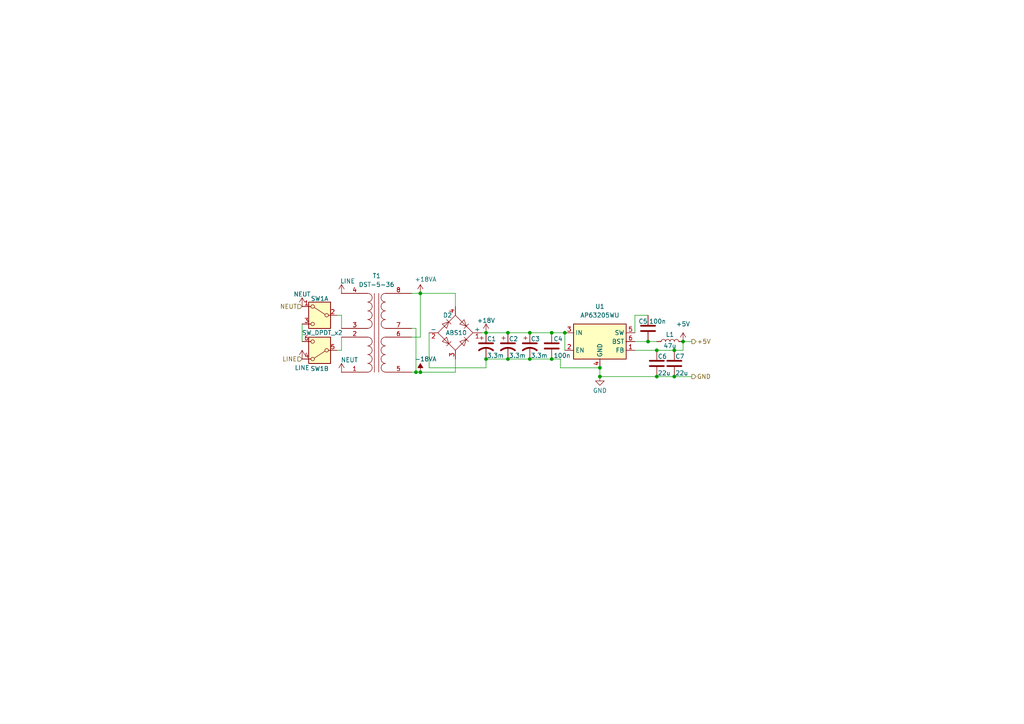
<source format=kicad_sch>
(kicad_sch (version 20231120) (generator "eeschema") (generator_version "8.0")
  (paper "A4")
  (lib_symbols
    (symbol "Device:C" (pin_numbers hide) (pin_names (offset 0.254))
      (property "Reference" "C" (at 0.635 2.54 0))
      (property "Value" "C" (at 0.635 -2.54 0))
      (symbol "C_0_1"
        (polyline (pts (xy -2.032 -0.762) (xy 2.032 -0.762)) (stroke (width 0.508)))
        (polyline (pts (xy -2.032 0.762) (xy 2.032 0.762)) (stroke (width 0.508)))
      )
      (symbol "C_1_1"
        (pin passive line (at 0 3.81 270) (length 2.794) (name "~") (number "1"))
        (pin passive line (at 0 -3.81 90) (length 2.794) (name "~") (number "2"))
      )
    )
    (symbol "Device:C_Polarized_US" (pin_numbers hide) (pin_names (offset 0.254) hide)
      (property "Reference" "C" (at 0.635 2.54 0))
      (property "Value" "C_Polarized_US" (at 0.635 -2.54 0))
      (symbol "C_Polarized_US_0_1"
        (polyline (pts (xy -2.032 0.762) (xy 2.032 0.762)) (stroke (width 0.508)))
        (polyline (pts (xy -1.778 2.286) (xy -0.762 2.286)))
        (polyline (pts (xy -1.27 1.778) (xy -1.27 2.794)))
        (arc (start 2.032 -1.27) (mid 0 -0.5572) (end -2.032 -1.27) (stroke (width 0.508)))
      )
      (symbol "C_Polarized_US_1_1"
        (pin passive line (at 0 3.81 270) (length 2.794) (name "~") (number "1"))
        (pin passive line (at 0 -3.81 90) (length 3.302) (name "~") (number "2"))
      )
    )
    (symbol "Device:L" (pin_numbers hide) (pin_names (offset 1.016) hide)
      (property "Reference" "L" (at -1.27 0 90))
      (property "Value" "L" (at 1.905 0 90))
      (symbol "L_0_1"
        (arc (start 0 -2.54) (mid 0.6323 -1.905) (end 0 -1.27))
        (arc (start 0 -1.27) (mid 0.6323 -0.635) (end 0 0))
        (arc (start 0 0) (mid 0.6323 0.635) (end 0 1.27))
        (arc (start 0 1.27) (mid 0.6323 1.905) (end 0 2.54))
      )
      (symbol "L_1_1"
        (pin passive line (at 0 3.81 270) (length 1.27) (name "1") (number "1"))
        (pin passive line (at 0 -3.81 90) (length 1.27) (name "2") (number "2"))
      )
    )
    (symbol "Diode_Bridge:ABS10" (pin_names (offset 0))
      (property "Reference" "D" (at 2.54 6.985 0))
      (property "Value" "ABS10" (at 2.54 5.08 0))
      (symbol "ABS10_0_1"
        (polyline (pts (xy -2.54 3.81) (xy -1.27 2.54)))
        (polyline (pts (xy -1.27 -2.54) (xy -2.54 -3.81)))
        (polyline (pts (xy 2.54 -1.27) (xy 3.81 -2.54)))
        (polyline (pts (xy 2.54 1.27) (xy 3.81 2.54)))
        (polyline (pts (xy -3.81 2.54) (xy -2.54 1.27) (xy -1.905 3.175) (xy -3.81 2.54)))
        (polyline (pts (xy -2.54 -1.27) (xy -3.81 -2.54) (xy -1.905 -3.175) (xy -2.54 -1.27)))
        (polyline (pts (xy 1.27 2.54) (xy 2.54 3.81) (xy 3.175 1.905) (xy 1.27 2.54)))
        (polyline (pts (xy 3.175 -1.905) (xy 1.27 -2.54) (xy 2.54 -3.81) (xy 3.175 -1.905)))
        (polyline (pts (xy -5.08 0) (xy 0 -5.08) (xy 5.08 0) (xy 0 5.08) (xy -5.08 0)))
      )
      (symbol "ABS10_1_1"
        (pin passive line (at 7.62 0 180) (length 2.54) (name "+") (number "1"))
        (pin passive line (at -7.62 0 0) (length 2.54) (name "-") (number "2"))
        (pin passive line (at 0 -7.62 90) (length 2.54) (name "~") (number "3"))
        (pin passive line (at 0 7.62 270) (length 2.54) (name "~") (number "4"))
      )
    )
    (symbol "Regulator_Switching:AP63205WU"
      (property "Reference" "U" (at -7.62 6.35 0))
      (property "Value" "AP63205WU" (at 2.54 6.35 0))
      (symbol "AP63205WU_0_1"
        (rectangle (start -7.62 5.08) (end 7.62 -5.08) (stroke (width 0.254)) (fill (type background)))
      )
      (symbol "AP63205WU_1_1"
        (pin input line (at 10.16 -2.54 180) (length 2.54) (name "FB") (number "1"))
        (pin input line (at -10.16 -2.54 0) (length 2.54) (name "EN") (number "2"))
        (pin power_in line (at -10.16 2.54 0) (length 2.54) (name "IN") (number "3"))
        (pin power_in line (at 0 -7.62 90) (length 2.54) (name "GND") (number "4"))
        (pin output line (at 10.16 2.54 180) (length 2.54) (name "SW") (number "5"))
        (pin passive line (at 10.16 0 180) (length 2.54) (name "BST") (number "6"))
      )
    )
    (symbol "Switch:SW_DPDT_x2" (pin_names (offset 0) hide)
      (property "Reference" "SW" (at 0 5.08 0))
      (property "Value" "SW_DPDT_x2" (at 0 -5.08 0))
      (symbol "SW_DPDT_x2_0_0"
        (circle (center -2.032 0) (radius 0.508))
        (circle (center 2.032 -2.54) (radius 0.508))
      )
      (symbol "SW_DPDT_x2_0_1"
        (rectangle (start -3.175 3.81) (end 3.175 -3.81) (stroke (width 0.254)) (fill (type background)))
        (polyline (pts (xy -1.524 0.254) (xy 1.5748 2.286)))
        (circle (center 2.032 2.54) (radius 0.508))
      )
      (symbol "SW_DPDT_x2_1_1"
        (pin passive line (at 5.08 2.54 180) (length 2.54) (name "A") (number "1"))
        (pin passive line (at -5.08 0 0) (length 2.54) (name "B") (number "2"))
        (pin passive line (at 5.08 -2.54 180) (length 2.54) (name "C") (number "3"))
      )
      (symbol "SW_DPDT_x2_2_1"
        (pin passive line (at 5.08 2.54 180) (length 2.54) (name "A") (number "4"))
        (pin passive line (at -5.08 0 0) (length 2.54) (name "B") (number "5"))
        (pin passive line (at 5.08 -2.54 180) (length 2.54) (name "C") (number "6"))
      )
    )
    (symbol "power:+5V" (power) (pin_numbers hide) (pin_names (offset 0) hide)
      (property "Value" "+5V" (at 0 3.556 0))
      (symbol "+5V_0_1"
        (polyline (pts (xy -0.762 1.27) (xy 0 2.54)))
        (polyline (pts (xy 0 0) (xy 0 2.54)))
        (polyline (pts (xy 0 2.54) (xy 0.762 1.27)))
      )
      (symbol "+5V_1_1"
        (pin power_in line (at 0 0 90) (length 0) (name "~") (number "1"))
      )
    )
    (symbol "power:+8V" (power) (pin_numbers hide) (pin_names (offset 0) hide)
      (property "Value" "+8V" (at 0 3.556 0))
      (symbol "+8V_0_1"
        (polyline (pts (xy -0.762 1.27) (xy 0 2.54)))
        (polyline (pts (xy 0 0) (xy 0 2.54)))
        (polyline (pts (xy 0 2.54) (xy 0.762 1.27)))
      )
      (symbol "+8V_1_1"
        (pin power_in line (at 0 0 90) (length 0) (name "~") (number "1"))
      )
    )
    (symbol "power:GND" (power) (pin_numbers hide) (pin_names (offset 0) hide)
      (property "Value" "GND" (at 0 -3.81 0))
      (symbol "GND_0_1"
        (polyline (pts (xy 0 0) (xy 0 -1.27) (xy 1.27 -1.27) (xy 0 -2.54) (xy -1.27 -1.27) (xy 0 -1.27)))
      )
      (symbol "GND_1_1"
        (pin power_in line (at 0 0 270) (length 0) (name "~") (number "1"))
      )
    )
    (symbol "power:LINE" (power) (pin_numbers hide) (pin_names (offset 0) hide)
      (property "Value" "LINE" (at 0 3.556 0))
      (symbol "LINE_0_1"
        (polyline (pts (xy -0.762 1.27) (xy 0 2.54)))
        (polyline (pts (xy 0 0) (xy 0 2.54)))
        (polyline (pts (xy 0 2.54) (xy 0.762 1.27)))
      )
      (symbol "LINE_1_1"
        (pin power_in line (at 0 0 90) (length 0) (name "~") (number "1"))
      )
    )
    (symbol "power:NEUT" (power) (pin_numbers hide) (pin_names (offset 0) hide)
      (property "Value" "NEUT" (at 0 3.556 0))
      (symbol "NEUT_0_1"
        (polyline (pts (xy -0.762 1.27) (xy 0 2.54)))
        (polyline (pts (xy 0 0) (xy 0 2.54)))
        (polyline (pts (xy 0 2.54) (xy 0.762 1.27)))
      )
      (symbol "NEUT_1_1"
        (pin power_in line (at 0 0 90) (length 0) (name "~") (number "1"))
      )
    )
    (symbol "sierrathon_power:+8VA" (power) (pin_numbers hide) (pin_names (offset 0) hide)
      (property "Value" "+8VA" (at 0 3.556 0))
      (symbol "+8VA_0_1"
        (polyline (pts (xy -0.762 1.27) (xy 0 2.54)))
        (polyline (pts (xy 0 0) (xy 0 2.54)))
        (polyline (pts (xy 0 2.54) (xy 0.762 1.27)))
      )
      (symbol "+8VA_1_1"
        (pin power_in line (at 0 0 90) (length 0) (name "~") (number "1"))
      )
    )
    (symbol "sierrathon_power:-8VA" (power) (pin_numbers hide) (pin_names (offset 0) hide)
      (property "Value" "-8VA" (at 0 3.556 0))
      (symbol "-8VA_0_0"
        (pin power_in line (at 0 0 90) (length 0) (name "~") (number "1"))
      )
      (symbol "-8VA_0_1"
        (polyline (pts (xy 0 0) (xy 0 1.27) (xy 0.762 1.27) (xy 0 2.54) (xy -0.762 1.27) (xy 0 1.27)) (fill (type outline)))
      )
    )
    (symbol "sierrathon_power:Transformer_2P2S"
      (property "Reference" "T" (at 0 12.7 0))
      (symbol "Transformer_2P2S_0_1"
        (arc (start -2.54 -11.4046) (mid -1.6561 -11.0363) (end -1.27 -10.16))
        (arc (start -2.54 -8.8646) (mid -1.6561 -8.4963) (end -1.27 -7.62))
        (arc (start -2.54 -6.3246) (mid -1.6561 -5.9563) (end -1.27 -5.08))
        (arc (start -2.54 -3.7846) (mid -1.6561 -3.4163) (end -1.27 -2.54))
        (arc (start -2.54 1.2954) (mid -1.6561 1.6637) (end -1.27 2.54))
        (arc (start -2.54 3.8354) (mid -1.6561 4.2037) (end -1.27 5.08))
        (arc (start -2.54 6.3754) (mid -1.6561 6.7437) (end -1.27 7.62))
        (arc (start -2.54 8.9154) (mid -1.6561 9.2837) (end -1.27 10.16))
        (arc (start -1.27 -10.16) (mid -1.642 -9.262) (end -2.54 -8.89))
        (arc (start -1.27 -7.62) (mid -1.642 -6.722) (end -2.54 -6.35))
        (arc (start -1.27 -5.08) (mid -1.642 -4.182) (end -2.54 -3.81))
        (arc (start -1.27 -2.54) (mid -1.642 -1.642) (end -2.54 -1.27))
        (arc (start -1.27 2.54) (mid -1.642 3.438) (end -2.54 3.81))
        (arc (start -1.27 5.08) (mid -1.642 5.978) (end -2.54 6.35))
        (arc (start -1.27 7.62) (mid -1.642 8.518) (end -2.54 8.89))
        (arc (start -1.27 10.16) (mid -1.642 11.058) (end -2.54 11.43))
        (polyline (pts (xy -0.635 11.43) (xy -0.635 -11.43)))
        (polyline (pts (xy 0.635 -11.43) (xy 0.635 11.43)))
        (arc (start 1.2954 -7.62) (mid 1.6599 -8.5001) (end 2.54 -8.8646))
        (arc (start 1.2954 -5.08) (mid 1.6599 -5.9601) (end 2.54 -6.3246))
        (arc (start 1.2954 -2.54) (mid 1.6599 -3.4201) (end 2.54 -3.7846))
        (arc (start 1.2954 5.08) (mid 1.6599 4.1999) (end 2.54 3.8354))
        (arc (start 1.2954 7.62) (mid 1.6599 6.7399) (end 2.54 6.3754))
        (arc (start 1.2954 10.16) (mid 1.6599 9.2799) (end 2.54 8.9154))
        (arc (start 1.3208 -10.16) (mid 1.6854 -11.0399) (end 2.5654 -11.4046))
        (arc (start 1.3208 2.54) (mid 1.6854 1.6601) (end 2.5654 1.2954))
        (arc (start 2.54 -6.35) (mid 1.6458 -6.7185) (end 1.2954 -7.62))
        (arc (start 2.54 -3.81) (mid 1.6458 -4.1785) (end 1.2954 -5.08))
        (arc (start 2.54 -1.27) (mid 1.6458 -1.6385) (end 1.2954 -2.54))
        (arc (start 2.54 6.35) (mid 1.6458 5.9815) (end 1.2954 5.08))
        (arc (start 2.54 8.89) (mid 1.6458 8.5215) (end 1.2954 7.62))
        (arc (start 2.54 11.43) (mid 1.6458 11.0615) (end 1.2954 10.16))
        (arc (start 2.5654 -8.89) (mid 1.6709 -9.2583) (end 1.3208 -10.16))
        (arc (start 2.5654 3.81) (mid 1.6709 3.4417) (end 1.3208 2.54))
      )
      (symbol "Transformer_2P2S_1_1"
        (pin passive line (at -10.16 -11.43 0) (length 7.62) (name "") (number "1"))
        (pin passive line (at -10.16 -1.27 0) (length 7.62) (name "") (number "2"))
        (pin passive line (at -10.16 1.27 0) (length 7.62) (name "") (number "3"))
        (pin passive line (at -10.16 11.43 0) (length 7.62) (name "") (number "4"))
        (pin passive line (at 10.16 -11.43 180) (length 7.62) (name "") (number "5"))
        (pin passive line (at 10.16 -1.27 180) (length 7.62) (name "") (number "6"))
        (pin passive line (at 10.16 1.27 180) (length 7.62) (name "") (number "7"))
        (pin passive line (at 10.16 11.43 180) (length 7.62) (name "") (number "8"))
      )
    )
  )
  (junction (at 173.99 109.22))
  (junction (at 140.97 96.52))
  (junction (at 163.83 96.52))
  (junction (at 147.32 96.52))
  (junction (at 198.12 99.06))
  (junction (at 187.96 99.06))
  (junction (at 121.92 85.09))
  (junction (at 160.02 96.52))
  (junction (at 190.5 101.6))
  (junction (at 120.65 107.95))
  (junction (at 121.92 107.95))
  (junction (at 153.67 96.52))
  (junction (at 160.02 104.14))
  (junction (at 173.99 106.68))
  (junction (at 140.97 104.14))
  (junction (at 153.67 104.14))
  (junction (at 147.32 104.14))
  (junction (at 195.58 109.22))
  (junction (at 195.58 101.6))
  (junction (at 190.5 109.22))
  (wire (pts (xy 124.46 106.68) (xy 140.97 106.68)))
  (wire (pts (xy 147.32 96.52) (xy 153.67 96.52)))
  (wire (pts (xy 160.02 96.52) (xy 163.83 96.52)))
  (wire (pts (xy 140.97 106.68) (xy 140.97 104.14)))
  (wire (pts (xy 97.79 101.6) (xy 99.06 101.6)))
  (wire (pts (xy 173.99 109.22) (xy 173.99 106.68)))
  (wire (pts (xy 120.65 107.95) (xy 119.38 107.95)))
  (wire (pts (xy 162.56 106.68) (xy 173.99 106.68)))
  (wire (pts (xy 121.92 97.79) (xy 121.92 85.09)))
  (wire (pts (xy 121.92 85.09) (xy 119.38 85.09)))
  (wire (pts (xy 147.32 104.14) (xy 153.67 104.14)))
  (wire (pts (xy 119.38 97.79) (xy 121.92 97.79)))
  (wire (pts (xy 184.15 101.6) (xy 190.5 101.6)))
  (wire (pts (xy 198.12 99.06) (xy 200.66 99.06)))
  (wire (pts (xy 121.92 107.95) (xy 132.08 107.95)))
  (wire (pts (xy 184.15 91.44) (xy 184.15 96.52)))
  (wire (pts (xy 190.5 109.22) (xy 195.58 109.22)))
  (wire (pts (xy 190.5 99.06) (xy 187.96 99.06)))
  (wire (pts (xy 140.97 104.14) (xy 147.32 104.14)))
  (wire (pts (xy 195.58 101.6) (xy 198.12 101.6)))
  (wire (pts (xy 184.15 99.06) (xy 187.96 99.06)))
  (wire (pts (xy 99.06 91.44) (xy 99.06 95.25)))
  (wire (pts (xy 198.12 99.06) (xy 198.12 101.6)))
  (wire (pts (xy 132.08 85.09) (xy 132.08 88.9)))
  (wire (pts (xy 190.5 101.6) (xy 195.58 101.6)))
  (wire (pts (xy 173.99 109.22) (xy 190.5 109.22)))
  (wire (pts (xy 187.96 91.44) (xy 184.15 91.44)))
  (wire (pts (xy 162.56 104.14) (xy 162.56 106.68)))
  (wire (pts (xy 153.67 104.14) (xy 160.02 104.14)))
  (wire (pts (xy 132.08 107.95) (xy 132.08 104.14)))
  (wire (pts (xy 120.65 107.95) (xy 121.92 107.95)))
  (wire (pts (xy 124.46 96.52) (xy 124.46 106.68)))
  (wire (pts (xy 121.92 85.09) (xy 132.08 85.09)))
  (wire (pts (xy 139.7 96.52) (xy 140.97 96.52)))
  (wire (pts (xy 153.67 96.52) (xy 160.02 96.52)))
  (wire (pts (xy 99.06 101.6) (xy 99.06 97.79)))
  (wire (pts (xy 97.79 91.44) (xy 99.06 91.44)))
  (wire (pts (xy 163.83 96.52) (xy 163.83 101.6)))
  (wire (pts (xy 87.63 93.98) (xy 87.63 99.06)))
  (wire (pts (xy 140.97 96.52) (xy 147.32 96.52)))
  (wire (pts (xy 120.65 95.25) (xy 120.65 107.95)))
  (wire (pts (xy 195.58 109.22) (xy 200.66 109.22)))
  (wire (pts (xy 119.38 95.25) (xy 120.65 95.25)))
  (wire (pts (xy 160.02 104.14) (xy 162.56 104.14)))
  (hierarchical_label "GND" (shape output) (at 200.66 109.22 0))
  (hierarchical_label "LINE" (shape input) (at 87.63 104.14 180))
  (hierarchical_label "NEUT" (shape input) (at 87.63 88.9 180))
  (hierarchical_label "+5V" (shape output) (at 200.66 99.06 0))
  (symbol (lib_id "power:+8V") (at 140.97 96.52 0) (unit 1)
    (property "Reference" "#PWR010" (effects (hide yes)))
    (property "Value" "+18V" (at 140.97 92.964 0))
    (property "Description" "Power symbol creates a global label with name \"+8V\"" (effects (hide yes)))
  )
  (symbol (lib_id "Device:C") (at 160.02 100.33 0) (unit 1)
    (property "Reference" "C4" (at 160.528 98.298 0) (effects (justify left)))
    (property "Value" "100n" (at 160.528 103.124 0) (effects (justify left)))
    (property "Footprint" "Capacitor_SMD:C_0402_1005Metric_Pad0.74x0.62mm_HandSolder" (effects (hide yes)))
    (property "Description" "Unpolarized capacitor" (effects (hide yes)))
    (property "PN" "CGA2B3X7R1V104K050BB" (effects (hide yes)))
  )
  (symbol (lib_id "Device:C") (at 187.96 95.25 0) (unit 1)
    (property "Reference" "C5" (at 185.166 93.218 0) (effects (justify left)))
    (property "Value" "100n" (at 188.214 93.218 0) (effects (justify left)))
    (property "Footprint" "Capacitor_SMD:C_0402_1005Metric_Pad0.74x0.62mm_HandSolder" (effects (hide yes)))
    (property "Description" "Unpolarized capacitor" (effects (hide yes)))
    (property "PN" "GCM155R71C104KA55D" (effects (hide yes)))
  )
  (symbol (lib_id "power:GND") (at 173.99 109.22 0) (unit 1)
    (property "Reference" "#PWR011" (effects (hide yes)))
    (property "Value" "GND" (at 173.99 113.284 0))
    (property "Description" "Power symbol creates a global label with name \"GND\" , ground" (effects (hide yes)))
  )
  (symbol (lib_id "power:+5V") (at 198.12 99.06 0) (unit 1)
    (property "Reference" "#PWR015" (effects (hide yes)))
    (property "Value" "+5V" (at 198.12 93.98 0))
    (property "Description" "Power symbol creates a global label with name \"+5V\"" (effects (hide yes)))
  )
  (symbol (lib_id "power:LINE") (at 87.63 104.14 0) (unit 1)
    (property "Reference" "#PWR07" (effects (hide yes)))
    (property "Value" "LINE" (at 87.63 106.68 0))
    (property "Description" "Power symbol creates a global label with name \"LINE\"" (effects (hide yes)))
  )
  (symbol (lib_id "Device:L") (at 194.31 99.06 90) (unit 1)
    (property "Reference" "L1" (at 194.31 97.028 90))
    (property "Value" "47u" (at 194.31 100.33 90))
    (property "Footprint" "Inductor_SMD:L_Coilcraft_MSS1278-XXX" (effects (hide yes)))
    (property "Description" "Inductor" (effects (hide yes)))
    (property "PN" "MSS1278-473MLD" (effects (hide yes)))
  )
  (symbol (lib_id "Device:C_Polarized_US") (at 147.32 100.33 0) (unit 1)
    (property "Reference" "C2" (at 147.574 98.298 0) (effects (justify left)))
    (property "Value" "3.3m" (at 147.574 103.124 0) (effects (justify left)))
    (property "Footprint" "Capacitor_THT:CP_Radial_D18.0mm_P7.50mm" (effects (hide yes)))
    (property "Description" "Polarized capacitor, US symbol" (effects (hide yes)))
    (property "PN" "MAL215051332E3" (effects (hide yes)))
  )
  (symbol (lib_id "power:NEUT") (at 99.06 107.95 0) (unit 1)
    (property "Reference" "#PWR05" (effects (hide yes)))
    (property "Value" "NEUT" (at 101.346 104.394 0))
    (property "Description" "Power symbol creates a global label with name \"NEUT\"" (effects (hide yes)))
  )
  (symbol (lib_id "Regulator_Switching:AP63205WU") (at 173.99 99.06 0) (unit 1)
    (property "Reference" "U1" (at 173.99 88.9 0))
    (property "Value" "AP63205WU" (at 173.99 91.44 0))
    (property "Footprint" "Package_TO_SOT_SMD:TSOT-23-6" (effects (hide yes)))
    (property "Datasheet" "https://www.diodes.com/assets/Datasheets/AP63200-AP63201-AP63203-AP63205.pdf" (effects (hide yes)))
    (property "Description" "2A, 1.1MHz Buck DC/DC Converter, fixed 5.0V output voltage, TSOT-23-6" (effects (hide yes)))
    (property "PN" "AP63205WU-7" (effects (hide yes)))
  )
  (symbol (lib_id "sierrathon_power:+8VA") (at 121.92 85.09 0) (unit 1)
    (property "Reference" "#PWR08" (effects (hide yes)))
    (property "Value" "+18VA" (at 123.444 81.026 0))
    (property "Description" "Power symbol creates a global label with name \"+5V\"" (effects (hide yes)))
  )
  (symbol (lib_id "sierrathon_power:-8VA") (at 121.92 107.95 0) (unit 1)
    (property "Reference" "#PWR09" (effects (hide yes)))
    (property "Value" "-18VA" (at 123.444 104.14 0))
    (property "Description" "Power symbol creates a global label with name \"-5VA\"" (effects (hide yes)))
  )
  (symbol (lib_id "Device:C") (at 190.5 105.41 0) (unit 1)
    (property "Reference" "C6" (at 190.754 103.378 0) (effects (justify left)))
    (property "Value" "22u" (at 190.754 108.204 0) (effects (justify left)))
    (property "Footprint" "Capacitor_SMD:C_1206_3216Metric_Pad1.33x1.80mm_HandSolder" (effects (hide yes)))
    (property "Description" "Unpolarized capacitor" (effects (hide yes)))
    (property "PN" "GRM31CZ71C226ME15L" (effects (hide yes)))
  )
  (symbol (lib_id "power:LINE") (at 99.06 85.09 0) (unit 1)
    (property "Reference" "#PWR04" (effects (hide yes)))
    (property "Value" "LINE" (at 100.838 81.534 0))
    (property "Description" "Power symbol creates a global label with name \"LINE\"" (effects (hide yes)))
  )
  (symbol (lib_id "Switch:SW_DPDT_x2") (at 92.71 91.44 0) (mirror y) (unit 1)
    (property "Reference" "SW1" (at 92.71 86.614 0))
    (property "Value" "SW_DPDT_x2" (at 93.472 96.52 0))
    (property "Description" "Switch, dual pole double throw, separate symbols" (effects (hide yes)))
  )
  (symbol (lib_id "sierrathon_power:Transformer_2P2S") (at 109.22 96.52 0) (unit 1)
    (property "Reference" "T1" (at 109.2327 80.01 0))
    (property "Value" "DST-5-36" (at 109.2327 82.55 0))
    (property "PN" "DST-5-36" (effects (hide yes)))
  )
  (symbol (lib_id "Device:C_Polarized_US") (at 153.67 100.33 0) (unit 1)
    (property "Reference" "C3" (at 153.924 98.298 0) (effects (justify left)))
    (property "Value" "3.3m" (at 153.924 103.124 0) (effects (justify left)))
    (property "Footprint" "Capacitor_THT:CP_Radial_D18.0mm_P7.50mm" (effects (hide yes)))
    (property "Description" "Polarized capacitor, US symbol" (effects (hide yes)))
    (property "PN" "MAL215051332E3" (effects (hide yes)))
  )
  (symbol (lib_id "Switch:SW_DPDT_x2") (at 92.71 101.6 180) (unit 2)
    (property "Reference" "SW1" (at 92.71 106.934 0))
    (property "Value" "SW_DPDT_x2" (effects (hide yes)))
    (property "Description" "Switch, dual pole double throw, separate symbols" (effects (hide yes)))
  )
  (symbol (lib_id "Device:C") (at 195.58 105.41 0) (unit 1)
    (property "Reference" "C7" (at 195.834 103.378 0) (effects (justify left)))
    (property "Value" "22u" (at 195.834 108.204 0) (effects (justify left)))
    (property "Footprint" "Capacitor_SMD:C_1206_3216Metric_Pad1.33x1.80mm_HandSolder" (effects (hide yes)))
    (property "Description" "Unpolarized capacitor" (effects (hide yes)))
    (property "PN" "GRM31CZ71C226ME15L" (effects (hide yes)))
  )
  (symbol (lib_id "Device:C_Polarized_US") (at 140.97 100.33 0) (unit 1)
    (property "Reference" "C1" (at 141.224 98.298 0) (effects (justify left)))
    (property "Value" "3.3m" (at 141.224 103.124 0) (effects (justify left)))
    (property "Footprint" "Capacitor_THT:CP_Radial_D18.0mm_P7.50mm" (effects (hide yes)))
    (property "Description" "Polarized capacitor, US symbol" (effects (hide yes)))
    (property "PN" "MAL215051332E3" (effects (hide yes)))
  )
  (symbol (lib_id "Diode_Bridge:ABS10") (at 132.08 96.52 0) (unit 1)
    (property "Reference" "D2" (at 129.794 91.44 0))
    (property "Value" "ABS10" (at 132.334 96.52 0))
    (property "Footprint" "Diode_SMD:Diode_Bridge_Diotec_ABS" (effects (hide yes)))
    (property "Datasheet" "https://diotec.com/tl_files/diotec/files/pdf/datasheets/abs2.pdf" (effects (hide yes)))
    (property "Description" "Miniature Glass Passivated Single-Phase Surface Mount Bridge Rectifiers, 700V Vrms, 0.8A If, ABS SMD package" (effects (hide yes)))
    (property "PN" "ABS10A-13" (effects (hide yes)))
  )
  (symbol (lib_id "power:NEUT") (at 87.63 88.9 0) (unit 1)
    (property "Reference" "#PWR06" (effects (hide yes)))
    (property "Value" "NEUT" (at 87.63 85.344 0))
    (property "Description" "Power symbol creates a global label with name \"NEUT\"" (effects (hide yes)))
  )
)
</source>
